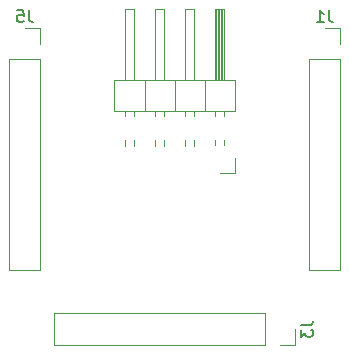
<source format=gbr>
%TF.GenerationSoftware,KiCad,Pcbnew,5.1.6-c6e7f7d~87~ubuntu18.04.1*%
%TF.CreationDate,2022-06-06T17:05:42+02:00*%
%TF.ProjectId,esp32-shield,65737033-322d-4736-9869-656c642e6b69,rev?*%
%TF.SameCoordinates,Original*%
%TF.FileFunction,Legend,Bot*%
%TF.FilePolarity,Positive*%
%FSLAX46Y46*%
G04 Gerber Fmt 4.6, Leading zero omitted, Abs format (unit mm)*
G04 Created by KiCad (PCBNEW 5.1.6-c6e7f7d~87~ubuntu18.04.1) date 2022-06-06 17:05:42*
%MOMM*%
%LPD*%
G01*
G04 APERTURE LIST*
%ADD10C,0.120000*%
%ADD11C,0.150000*%
G04 APERTURE END LIST*
D10*
%TO.C,J3*%
X88960000Y-67370000D02*
X88960000Y-66040000D01*
X87630000Y-67370000D02*
X88960000Y-67370000D01*
X86360000Y-67370000D02*
X86360000Y-64710000D01*
X86360000Y-64710000D02*
X68520000Y-64710000D01*
X86360000Y-67370000D02*
X68520000Y-67370000D01*
X68520000Y-67370000D02*
X68520000Y-64710000D01*
%TO.C,J2*%
X83820000Y-52832000D02*
X83820000Y-51562000D01*
X82550000Y-52832000D02*
X83820000Y-52832000D01*
X74550000Y-50519071D02*
X74550000Y-50064929D01*
X75310000Y-50519071D02*
X75310000Y-50064929D01*
X74550000Y-47979071D02*
X74550000Y-47582000D01*
X75310000Y-47979071D02*
X75310000Y-47582000D01*
X74550000Y-38922000D02*
X74550000Y-44922000D01*
X75310000Y-38922000D02*
X74550000Y-38922000D01*
X75310000Y-44922000D02*
X75310000Y-38922000D01*
X76200000Y-47582000D02*
X76200000Y-44922000D01*
X77090000Y-50519071D02*
X77090000Y-50064929D01*
X77850000Y-50519071D02*
X77850000Y-50064929D01*
X77090000Y-47979071D02*
X77090000Y-47582000D01*
X77850000Y-47979071D02*
X77850000Y-47582000D01*
X77090000Y-38922000D02*
X77090000Y-44922000D01*
X77850000Y-38922000D02*
X77090000Y-38922000D01*
X77850000Y-44922000D02*
X77850000Y-38922000D01*
X78740000Y-47582000D02*
X78740000Y-44922000D01*
X79630000Y-50519071D02*
X79630000Y-50064929D01*
X80390000Y-50519071D02*
X80390000Y-50064929D01*
X79630000Y-47979071D02*
X79630000Y-47582000D01*
X80390000Y-47979071D02*
X80390000Y-47582000D01*
X79630000Y-38922000D02*
X79630000Y-44922000D01*
X80390000Y-38922000D02*
X79630000Y-38922000D01*
X80390000Y-44922000D02*
X80390000Y-38922000D01*
X81280000Y-47582000D02*
X81280000Y-44922000D01*
X82170000Y-50452000D02*
X82170000Y-50064929D01*
X82930000Y-50452000D02*
X82930000Y-50064929D01*
X82170000Y-47979071D02*
X82170000Y-47582000D01*
X82930000Y-47979071D02*
X82930000Y-47582000D01*
X82270000Y-44922000D02*
X82270000Y-38922000D01*
X82390000Y-44922000D02*
X82390000Y-38922000D01*
X82510000Y-44922000D02*
X82510000Y-38922000D01*
X82630000Y-44922000D02*
X82630000Y-38922000D01*
X82750000Y-44922000D02*
X82750000Y-38922000D01*
X82870000Y-44922000D02*
X82870000Y-38922000D01*
X82170000Y-38922000D02*
X82170000Y-44922000D01*
X82930000Y-38922000D02*
X82170000Y-38922000D01*
X82930000Y-44922000D02*
X82930000Y-38922000D01*
X83880000Y-44922000D02*
X83880000Y-47582000D01*
X73600000Y-44922000D02*
X83880000Y-44922000D01*
X73600000Y-47582000D02*
X73600000Y-44922000D01*
X83880000Y-47582000D02*
X73600000Y-47582000D01*
%TO.C,J1*%
X92770000Y-40580000D02*
X91440000Y-40580000D01*
X92770000Y-41910000D02*
X92770000Y-40580000D01*
X92770000Y-43180000D02*
X90110000Y-43180000D01*
X90110000Y-43180000D02*
X90110000Y-61020000D01*
X92770000Y-43180000D02*
X92770000Y-61020000D01*
X92770000Y-61020000D02*
X90110000Y-61020000D01*
%TO.C,J5*%
X67370000Y-61020000D02*
X64710000Y-61020000D01*
X67370000Y-43180000D02*
X67370000Y-61020000D01*
X64710000Y-43180000D02*
X64710000Y-61020000D01*
X67370000Y-43180000D02*
X64710000Y-43180000D01*
X67370000Y-41910000D02*
X67370000Y-40580000D01*
X67370000Y-40580000D02*
X66040000Y-40580000D01*
%TO.C,J3*%
D11*
X89412380Y-65706666D02*
X90126666Y-65706666D01*
X90269523Y-65659047D01*
X90364761Y-65563809D01*
X90412380Y-65420952D01*
X90412380Y-65325714D01*
X89412380Y-66087619D02*
X89412380Y-66706666D01*
X89793333Y-66373333D01*
X89793333Y-66516190D01*
X89840952Y-66611428D01*
X89888571Y-66659047D01*
X89983809Y-66706666D01*
X90221904Y-66706666D01*
X90317142Y-66659047D01*
X90364761Y-66611428D01*
X90412380Y-66516190D01*
X90412380Y-66230476D01*
X90364761Y-66135238D01*
X90317142Y-66087619D01*
%TO.C,J1*%
X91773333Y-39032380D02*
X91773333Y-39746666D01*
X91820952Y-39889523D01*
X91916190Y-39984761D01*
X92059047Y-40032380D01*
X92154285Y-40032380D01*
X90773333Y-40032380D02*
X91344761Y-40032380D01*
X91059047Y-40032380D02*
X91059047Y-39032380D01*
X91154285Y-39175238D01*
X91249523Y-39270476D01*
X91344761Y-39318095D01*
%TO.C,J5*%
X66373333Y-39032380D02*
X66373333Y-39746666D01*
X66420952Y-39889523D01*
X66516190Y-39984761D01*
X66659047Y-40032380D01*
X66754285Y-40032380D01*
X65420952Y-39032380D02*
X65897142Y-39032380D01*
X65944761Y-39508571D01*
X65897142Y-39460952D01*
X65801904Y-39413333D01*
X65563809Y-39413333D01*
X65468571Y-39460952D01*
X65420952Y-39508571D01*
X65373333Y-39603809D01*
X65373333Y-39841904D01*
X65420952Y-39937142D01*
X65468571Y-39984761D01*
X65563809Y-40032380D01*
X65801904Y-40032380D01*
X65897142Y-39984761D01*
X65944761Y-39937142D01*
%TD*%
M02*

</source>
